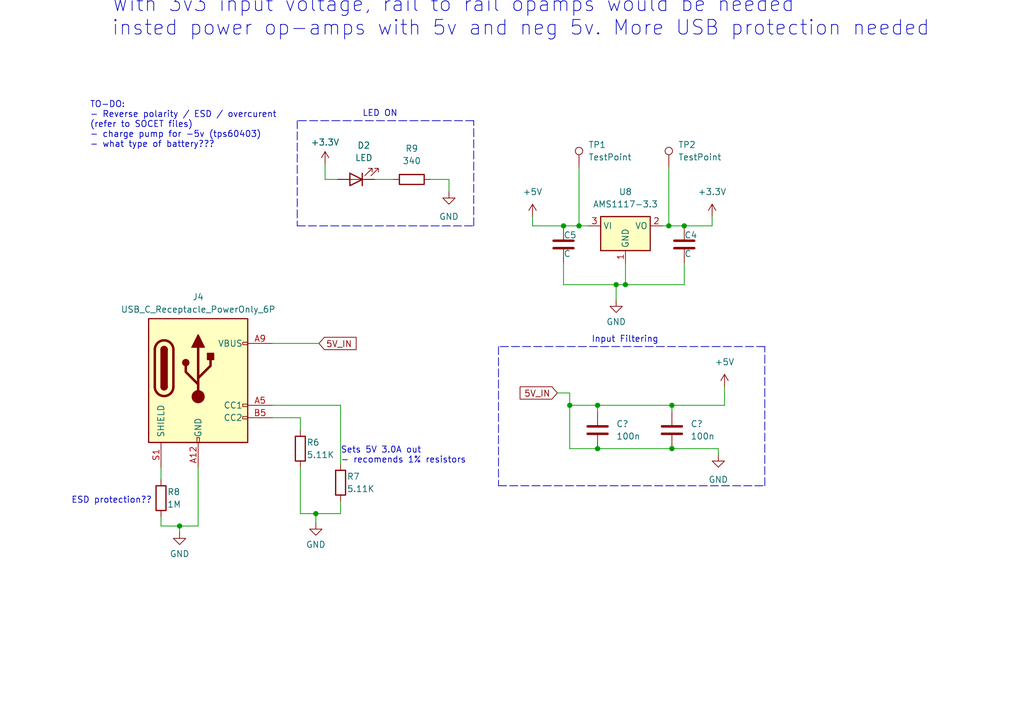
<source format=kicad_sch>
(kicad_sch (version 20230121) (generator eeschema)

  (uuid f11e10be-e153-4469-b3e7-7e9ed0adfdce)

  (paper "A5")

  (lib_symbols
    (symbol "Connector:TestPoint" (pin_numbers hide) (pin_names (offset 0.762) hide) (in_bom yes) (on_board yes)
      (property "Reference" "TP" (at 0 6.858 0)
        (effects (font (size 1.27 1.27)))
      )
      (property "Value" "TestPoint" (at 0 5.08 0)
        (effects (font (size 1.27 1.27)))
      )
      (property "Footprint" "" (at 5.08 0 0)
        (effects (font (size 1.27 1.27)) hide)
      )
      (property "Datasheet" "~" (at 5.08 0 0)
        (effects (font (size 1.27 1.27)) hide)
      )
      (property "ki_keywords" "test point tp" (at 0 0 0)
        (effects (font (size 1.27 1.27)) hide)
      )
      (property "ki_description" "test point" (at 0 0 0)
        (effects (font (size 1.27 1.27)) hide)
      )
      (property "ki_fp_filters" "Pin* Test*" (at 0 0 0)
        (effects (font (size 1.27 1.27)) hide)
      )
      (symbol "TestPoint_0_1"
        (circle (center 0 3.302) (radius 0.762)
          (stroke (width 0) (type default))
          (fill (type none))
        )
      )
      (symbol "TestPoint_1_1"
        (pin passive line (at 0 0 90) (length 2.54)
          (name "1" (effects (font (size 1.27 1.27))))
          (number "1" (effects (font (size 1.27 1.27))))
        )
      )
    )
    (symbol "Connector:USB_C_Receptacle_PowerOnly_6P" (pin_names (offset 1.016)) (in_bom yes) (on_board yes)
      (property "Reference" "J" (at 0 16.51 0)
        (effects (font (size 1.27 1.27)) (justify bottom))
      )
      (property "Value" "USB_C_Receptacle_PowerOnly_6P" (at 0 13.97 0)
        (effects (font (size 1.27 1.27)) (justify bottom))
      )
      (property "Footprint" "" (at 3.81 2.54 0)
        (effects (font (size 1.27 1.27)) hide)
      )
      (property "Datasheet" "https://www.usb.org/sites/default/files/documents/usb_type-c.zip" (at 0 0 0)
        (effects (font (size 1.27 1.27)) hide)
      )
      (property "ki_keywords" "usb universal serial bus type-C power-only charging-only 6P 6C" (at 0 0 0)
        (effects (font (size 1.27 1.27)) hide)
      )
      (property "ki_description" "USB Power-Only 6P Type-C Receptacle connector" (at 0 0 0)
        (effects (font (size 1.27 1.27)) hide)
      )
      (property "ki_fp_filters" "USB*C*Receptacle*" (at 0 0 0)
        (effects (font (size 1.27 1.27)) hide)
      )
      (symbol "USB_C_Receptacle_PowerOnly_6P_0_0"
        (rectangle (start -0.254 -12.7) (end 0.254 -11.684)
          (stroke (width 0) (type default))
          (fill (type none))
        )
        (rectangle (start 10.16 -7.366) (end 9.144 -7.874)
          (stroke (width 0) (type default))
          (fill (type none))
        )
        (rectangle (start 10.16 -4.826) (end 9.144 -5.334)
          (stroke (width 0) (type default))
          (fill (type none))
        )
        (rectangle (start 10.16 7.874) (end 9.144 7.366)
          (stroke (width 0) (type default))
          (fill (type none))
        )
      )
      (symbol "USB_C_Receptacle_PowerOnly_6P_0_1"
        (rectangle (start -10.16 12.7) (end 10.16 -12.7)
          (stroke (width 0.254) (type default))
          (fill (type background))
        )
        (arc (start -8.89 -1.27) (mid -6.985 -3.1667) (end -5.08 -1.27)
          (stroke (width 0.508) (type default))
          (fill (type none))
        )
        (arc (start -7.62 -1.27) (mid -6.985 -1.9023) (end -6.35 -1.27)
          (stroke (width 0.254) (type default))
          (fill (type none))
        )
        (arc (start -7.62 -1.27) (mid -6.985 -1.9023) (end -6.35 -1.27)
          (stroke (width 0.254) (type default))
          (fill (type outline))
        )
        (rectangle (start -7.62 -1.27) (end -6.35 6.35)
          (stroke (width 0.254) (type default))
          (fill (type outline))
        )
        (arc (start -6.35 6.35) (mid -6.985 6.9823) (end -7.62 6.35)
          (stroke (width 0.254) (type default))
          (fill (type none))
        )
        (arc (start -6.35 6.35) (mid -6.985 6.9823) (end -7.62 6.35)
          (stroke (width 0.254) (type default))
          (fill (type outline))
        )
        (arc (start -5.08 6.35) (mid -6.985 8.2467) (end -8.89 6.35)
          (stroke (width 0.508) (type default))
          (fill (type none))
        )
        (circle (center -2.54 3.683) (radius 0.635)
          (stroke (width 0.254) (type default))
          (fill (type outline))
        )
        (circle (center 0 -3.302) (radius 1.27)
          (stroke (width 0) (type default))
          (fill (type outline))
        )
        (polyline
          (pts
            (xy -8.89 -1.27)
            (xy -8.89 6.35)
          )
          (stroke (width 0.508) (type default))
          (fill (type none))
        )
        (polyline
          (pts
            (xy -5.08 6.35)
            (xy -5.08 -1.27)
          )
          (stroke (width 0.508) (type default))
          (fill (type none))
        )
        (polyline
          (pts
            (xy 0 -3.302)
            (xy 0 6.858)
          )
          (stroke (width 0.508) (type default))
          (fill (type none))
        )
        (polyline
          (pts
            (xy 0 -0.762)
            (xy -2.54 1.778)
            (xy -2.54 3.048)
          )
          (stroke (width 0.508) (type default))
          (fill (type none))
        )
        (polyline
          (pts
            (xy 0 0.508)
            (xy 2.54 3.048)
            (xy 2.54 4.318)
          )
          (stroke (width 0.508) (type default))
          (fill (type none))
        )
        (polyline
          (pts
            (xy -1.27 6.858)
            (xy 0 9.398)
            (xy 1.27 6.858)
            (xy -1.27 6.858)
          )
          (stroke (width 0.254) (type default))
          (fill (type outline))
        )
        (rectangle (start 1.905 4.318) (end 3.175 5.588)
          (stroke (width 0.254) (type default))
          (fill (type outline))
        )
      )
      (symbol "USB_C_Receptacle_PowerOnly_6P_1_1"
        (pin passive line (at 0 -17.78 90) (length 5.08)
          (name "GND" (effects (font (size 1.27 1.27))))
          (number "A12" (effects (font (size 1.27 1.27))))
        )
        (pin bidirectional line (at 15.24 -5.08 180) (length 5.08)
          (name "CC1" (effects (font (size 1.27 1.27))))
          (number "A5" (effects (font (size 1.27 1.27))))
        )
        (pin passive line (at 15.24 7.62 180) (length 5.08)
          (name "VBUS" (effects (font (size 1.27 1.27))))
          (number "A9" (effects (font (size 1.27 1.27))))
        )
        (pin passive line (at 0 -17.78 90) (length 5.08) hide
          (name "GND" (effects (font (size 1.27 1.27))))
          (number "B12" (effects (font (size 1.27 1.27))))
        )
        (pin bidirectional line (at 15.24 -7.62 180) (length 5.08)
          (name "CC2" (effects (font (size 1.27 1.27))))
          (number "B5" (effects (font (size 1.27 1.27))))
        )
        (pin passive line (at 15.24 7.62 180) (length 5.08) hide
          (name "VBUS" (effects (font (size 1.27 1.27))))
          (number "B9" (effects (font (size 1.27 1.27))))
        )
        (pin passive line (at -7.62 -17.78 90) (length 5.08)
          (name "SHIELD" (effects (font (size 1.27 1.27))))
          (number "S1" (effects (font (size 1.27 1.27))))
        )
      )
    )
    (symbol "Device:C" (pin_numbers hide) (pin_names (offset 0.254)) (in_bom yes) (on_board yes)
      (property "Reference" "C" (at 0.635 2.54 0)
        (effects (font (size 1.27 1.27)) (justify left))
      )
      (property "Value" "C" (at 0.635 -2.54 0)
        (effects (font (size 1.27 1.27)) (justify left))
      )
      (property "Footprint" "" (at 0.9652 -3.81 0)
        (effects (font (size 1.27 1.27)) hide)
      )
      (property "Datasheet" "~" (at 0 0 0)
        (effects (font (size 1.27 1.27)) hide)
      )
      (property "ki_keywords" "cap capacitor" (at 0 0 0)
        (effects (font (size 1.27 1.27)) hide)
      )
      (property "ki_description" "Unpolarized capacitor" (at 0 0 0)
        (effects (font (size 1.27 1.27)) hide)
      )
      (property "ki_fp_filters" "C_*" (at 0 0 0)
        (effects (font (size 1.27 1.27)) hide)
      )
      (symbol "C_0_1"
        (polyline
          (pts
            (xy -2.032 -0.762)
            (xy 2.032 -0.762)
          )
          (stroke (width 0.508) (type default))
          (fill (type none))
        )
        (polyline
          (pts
            (xy -2.032 0.762)
            (xy 2.032 0.762)
          )
          (stroke (width 0.508) (type default))
          (fill (type none))
        )
      )
      (symbol "C_1_1"
        (pin passive line (at 0 3.81 270) (length 2.794)
          (name "~" (effects (font (size 1.27 1.27))))
          (number "1" (effects (font (size 1.27 1.27))))
        )
        (pin passive line (at 0 -3.81 90) (length 2.794)
          (name "~" (effects (font (size 1.27 1.27))))
          (number "2" (effects (font (size 1.27 1.27))))
        )
      )
    )
    (symbol "Device:LED" (pin_numbers hide) (pin_names (offset 1.016) hide) (in_bom yes) (on_board yes)
      (property "Reference" "D" (at 0 2.54 0)
        (effects (font (size 1.27 1.27)))
      )
      (property "Value" "LED" (at 0 -2.54 0)
        (effects (font (size 1.27 1.27)))
      )
      (property "Footprint" "" (at 0 0 0)
        (effects (font (size 1.27 1.27)) hide)
      )
      (property "Datasheet" "~" (at 0 0 0)
        (effects (font (size 1.27 1.27)) hide)
      )
      (property "ki_keywords" "LED diode" (at 0 0 0)
        (effects (font (size 1.27 1.27)) hide)
      )
      (property "ki_description" "Light emitting diode" (at 0 0 0)
        (effects (font (size 1.27 1.27)) hide)
      )
      (property "ki_fp_filters" "LED* LED_SMD:* LED_THT:*" (at 0 0 0)
        (effects (font (size 1.27 1.27)) hide)
      )
      (symbol "LED_0_1"
        (polyline
          (pts
            (xy -1.27 -1.27)
            (xy -1.27 1.27)
          )
          (stroke (width 0.254) (type default))
          (fill (type none))
        )
        (polyline
          (pts
            (xy -1.27 0)
            (xy 1.27 0)
          )
          (stroke (width 0) (type default))
          (fill (type none))
        )
        (polyline
          (pts
            (xy 1.27 -1.27)
            (xy 1.27 1.27)
            (xy -1.27 0)
            (xy 1.27 -1.27)
          )
          (stroke (width 0.254) (type default))
          (fill (type none))
        )
        (polyline
          (pts
            (xy -3.048 -0.762)
            (xy -4.572 -2.286)
            (xy -3.81 -2.286)
            (xy -4.572 -2.286)
            (xy -4.572 -1.524)
          )
          (stroke (width 0) (type default))
          (fill (type none))
        )
        (polyline
          (pts
            (xy -1.778 -0.762)
            (xy -3.302 -2.286)
            (xy -2.54 -2.286)
            (xy -3.302 -2.286)
            (xy -3.302 -1.524)
          )
          (stroke (width 0) (type default))
          (fill (type none))
        )
      )
      (symbol "LED_1_1"
        (pin passive line (at -3.81 0 0) (length 2.54)
          (name "K" (effects (font (size 1.27 1.27))))
          (number "1" (effects (font (size 1.27 1.27))))
        )
        (pin passive line (at 3.81 0 180) (length 2.54)
          (name "A" (effects (font (size 1.27 1.27))))
          (number "2" (effects (font (size 1.27 1.27))))
        )
      )
    )
    (symbol "Device:R" (pin_numbers hide) (pin_names (offset 0)) (in_bom yes) (on_board yes)
      (property "Reference" "R" (at 2.032 0 90)
        (effects (font (size 1.27 1.27)))
      )
      (property "Value" "R" (at 0 0 90)
        (effects (font (size 1.27 1.27)))
      )
      (property "Footprint" "" (at -1.778 0 90)
        (effects (font (size 1.27 1.27)) hide)
      )
      (property "Datasheet" "~" (at 0 0 0)
        (effects (font (size 1.27 1.27)) hide)
      )
      (property "ki_keywords" "R res resistor" (at 0 0 0)
        (effects (font (size 1.27 1.27)) hide)
      )
      (property "ki_description" "Resistor" (at 0 0 0)
        (effects (font (size 1.27 1.27)) hide)
      )
      (property "ki_fp_filters" "R_*" (at 0 0 0)
        (effects (font (size 1.27 1.27)) hide)
      )
      (symbol "R_0_1"
        (rectangle (start -1.016 -2.54) (end 1.016 2.54)
          (stroke (width 0.254) (type default))
          (fill (type none))
        )
      )
      (symbol "R_1_1"
        (pin passive line (at 0 3.81 270) (length 1.27)
          (name "~" (effects (font (size 1.27 1.27))))
          (number "1" (effects (font (size 1.27 1.27))))
        )
        (pin passive line (at 0 -3.81 90) (length 1.27)
          (name "~" (effects (font (size 1.27 1.27))))
          (number "2" (effects (font (size 1.27 1.27))))
        )
      )
    )
    (symbol "Regulator_Linear:AMS1117-3.3" (in_bom yes) (on_board yes)
      (property "Reference" "U" (at -3.81 3.175 0)
        (effects (font (size 1.27 1.27)))
      )
      (property "Value" "AMS1117-3.3" (at 0 3.175 0)
        (effects (font (size 1.27 1.27)) (justify left))
      )
      (property "Footprint" "Package_TO_SOT_SMD:SOT-223-3_TabPin2" (at 0 5.08 0)
        (effects (font (size 1.27 1.27)) hide)
      )
      (property "Datasheet" "http://www.advanced-monolithic.com/pdf/ds1117.pdf" (at 2.54 -6.35 0)
        (effects (font (size 1.27 1.27)) hide)
      )
      (property "ki_keywords" "linear regulator ldo fixed positive" (at 0 0 0)
        (effects (font (size 1.27 1.27)) hide)
      )
      (property "ki_description" "1A Low Dropout regulator, positive, 3.3V fixed output, SOT-223" (at 0 0 0)
        (effects (font (size 1.27 1.27)) hide)
      )
      (property "ki_fp_filters" "SOT?223*TabPin2*" (at 0 0 0)
        (effects (font (size 1.27 1.27)) hide)
      )
      (symbol "AMS1117-3.3_0_1"
        (rectangle (start -5.08 -5.08) (end 5.08 1.905)
          (stroke (width 0.254) (type default))
          (fill (type background))
        )
      )
      (symbol "AMS1117-3.3_1_1"
        (pin power_in line (at 0 -7.62 90) (length 2.54)
          (name "GND" (effects (font (size 1.27 1.27))))
          (number "1" (effects (font (size 1.27 1.27))))
        )
        (pin power_out line (at 7.62 0 180) (length 2.54)
          (name "VO" (effects (font (size 1.27 1.27))))
          (number "2" (effects (font (size 1.27 1.27))))
        )
        (pin power_in line (at -7.62 0 0) (length 2.54)
          (name "VI" (effects (font (size 1.27 1.27))))
          (number "3" (effects (font (size 1.27 1.27))))
        )
      )
    )
    (symbol "power:+3.3V" (power) (pin_names (offset 0)) (in_bom yes) (on_board yes)
      (property "Reference" "#PWR" (at 0 -3.81 0)
        (effects (font (size 1.27 1.27)) hide)
      )
      (property "Value" "+3.3V" (at 0 3.556 0)
        (effects (font (size 1.27 1.27)))
      )
      (property "Footprint" "" (at 0 0 0)
        (effects (font (size 1.27 1.27)) hide)
      )
      (property "Datasheet" "" (at 0 0 0)
        (effects (font (size 1.27 1.27)) hide)
      )
      (property "ki_keywords" "global power" (at 0 0 0)
        (effects (font (size 1.27 1.27)) hide)
      )
      (property "ki_description" "Power symbol creates a global label with name \"+3.3V\"" (at 0 0 0)
        (effects (font (size 1.27 1.27)) hide)
      )
      (symbol "+3.3V_0_1"
        (polyline
          (pts
            (xy -0.762 1.27)
            (xy 0 2.54)
          )
          (stroke (width 0) (type default))
          (fill (type none))
        )
        (polyline
          (pts
            (xy 0 0)
            (xy 0 2.54)
          )
          (stroke (width 0) (type default))
          (fill (type none))
        )
        (polyline
          (pts
            (xy 0 2.54)
            (xy 0.762 1.27)
          )
          (stroke (width 0) (type default))
          (fill (type none))
        )
      )
      (symbol "+3.3V_1_1"
        (pin power_in line (at 0 0 90) (length 0) hide
          (name "+3.3V" (effects (font (size 1.27 1.27))))
          (number "1" (effects (font (size 1.27 1.27))))
        )
      )
    )
    (symbol "power:+5V" (power) (pin_names (offset 0)) (in_bom yes) (on_board yes)
      (property "Reference" "#PWR" (at 0 -3.81 0)
        (effects (font (size 1.27 1.27)) hide)
      )
      (property "Value" "+5V" (at 0 3.556 0)
        (effects (font (size 1.27 1.27)))
      )
      (property "Footprint" "" (at 0 0 0)
        (effects (font (size 1.27 1.27)) hide)
      )
      (property "Datasheet" "" (at 0 0 0)
        (effects (font (size 1.27 1.27)) hide)
      )
      (property "ki_keywords" "global power" (at 0 0 0)
        (effects (font (size 1.27 1.27)) hide)
      )
      (property "ki_description" "Power symbol creates a global label with name \"+5V\"" (at 0 0 0)
        (effects (font (size 1.27 1.27)) hide)
      )
      (symbol "+5V_0_1"
        (polyline
          (pts
            (xy -0.762 1.27)
            (xy 0 2.54)
          )
          (stroke (width 0) (type default))
          (fill (type none))
        )
        (polyline
          (pts
            (xy 0 0)
            (xy 0 2.54)
          )
          (stroke (width 0) (type default))
          (fill (type none))
        )
        (polyline
          (pts
            (xy 0 2.54)
            (xy 0.762 1.27)
          )
          (stroke (width 0) (type default))
          (fill (type none))
        )
      )
      (symbol "+5V_1_1"
        (pin power_in line (at 0 0 90) (length 0) hide
          (name "+5V" (effects (font (size 1.27 1.27))))
          (number "1" (effects (font (size 1.27 1.27))))
        )
      )
    )
    (symbol "power:GND" (power) (pin_names (offset 0)) (in_bom yes) (on_board yes)
      (property "Reference" "#PWR" (at 0 -6.35 0)
        (effects (font (size 1.27 1.27)) hide)
      )
      (property "Value" "GND" (at 0 -3.81 0)
        (effects (font (size 1.27 1.27)))
      )
      (property "Footprint" "" (at 0 0 0)
        (effects (font (size 1.27 1.27)) hide)
      )
      (property "Datasheet" "" (at 0 0 0)
        (effects (font (size 1.27 1.27)) hide)
      )
      (property "ki_keywords" "global power" (at 0 0 0)
        (effects (font (size 1.27 1.27)) hide)
      )
      (property "ki_description" "Power symbol creates a global label with name \"GND\" , ground" (at 0 0 0)
        (effects (font (size 1.27 1.27)) hide)
      )
      (symbol "GND_0_1"
        (polyline
          (pts
            (xy 0 0)
            (xy 0 -1.27)
            (xy 1.27 -1.27)
            (xy 0 -2.54)
            (xy -1.27 -1.27)
            (xy 0 -1.27)
          )
          (stroke (width 0) (type default))
          (fill (type none))
        )
      )
      (symbol "GND_1_1"
        (pin power_in line (at 0 0 270) (length 0) hide
          (name "GND" (effects (font (size 1.27 1.27))))
          (number "1" (effects (font (size 1.27 1.27))))
        )
      )
    )
  )

  (junction (at 137.795 92.075) (diameter 0) (color 0 0 0 0)
    (uuid 0ae9c4bf-a0e2-446f-b191-f9dfc8e13802)
  )
  (junction (at 118.745 46.355) (diameter 0) (color 0 0 0 0)
    (uuid 264c0bdc-3391-4530-8c27-42b2d1a79f04)
  )
  (junction (at 116.84 83.185) (diameter 0) (color 0 0 0 0)
    (uuid 4369fe60-d51e-437d-95d4-665529618040)
  )
  (junction (at 64.77 105.41) (diameter 0) (color 0 0 0 0)
    (uuid 48457ed2-6c51-4e0f-98b3-a47d0e0524ef)
  )
  (junction (at 128.27 58.42) (diameter 0) (color 0 0 0 0)
    (uuid 4cd8ae71-67d5-4909-b287-e882d444e955)
  )
  (junction (at 137.795 83.185) (diameter 0) (color 0 0 0 0)
    (uuid 56042830-64a5-475f-a2a2-9348b894f260)
  )
  (junction (at 122.555 92.075) (diameter 0) (color 0 0 0 0)
    (uuid 5f649464-c7d8-4b18-b833-ab56737f4bf6)
  )
  (junction (at 122.555 83.185) (diameter 0) (color 0 0 0 0)
    (uuid 6125705b-49df-41cb-aed0-1626e6339655)
  )
  (junction (at 36.83 107.95) (diameter 0) (color 0 0 0 0)
    (uuid 9a5a91cf-84e7-4477-8868-e9570c918869)
  )
  (junction (at 137.16 46.355) (diameter 0) (color 0 0 0 0)
    (uuid abd44b8d-aa8a-4009-91a2-01cd56df378a)
  )
  (junction (at 126.365 58.42) (diameter 0) (color 0 0 0 0)
    (uuid b546e356-56f4-4b8f-9ff0-d649289c0a19)
  )
  (junction (at 140.335 46.355) (diameter 0) (color 0 0 0 0)
    (uuid ef106cb8-1262-4433-846d-8df52f10459b)
  )
  (junction (at 115.57 46.355) (diameter 0) (color 0 0 0 0)
    (uuid f5f4dfbf-9ab6-4566-aea4-9f21376a1d52)
  )

  (wire (pts (xy 64.77 105.41) (xy 69.85 105.41))
    (stroke (width 0) (type default))
    (uuid 00457b4e-8ba5-4d44-8c70-dd443cdbba55)
  )
  (wire (pts (xy 33.02 107.95) (xy 36.83 107.95))
    (stroke (width 0) (type default))
    (uuid 00f038f9-f8b8-4163-bbcc-fe8f56f7d972)
  )
  (wire (pts (xy 137.16 46.355) (xy 135.89 46.355))
    (stroke (width 0) (type default))
    (uuid 01a6e591-b20b-4796-8db6-0964f22413b3)
  )
  (wire (pts (xy 69.215 36.83) (xy 66.675 36.83))
    (stroke (width 0) (type default))
    (uuid 04cf0088-787c-479d-bca7-890882227abf)
  )
  (wire (pts (xy 116.84 92.075) (xy 122.555 92.075))
    (stroke (width 0) (type default))
    (uuid 0bae8e65-34e6-4091-9027-5b64d3fa9218)
  )
  (wire (pts (xy 55.88 70.485) (xy 65.405 70.485))
    (stroke (width 0) (type default))
    (uuid 1177ea45-3f32-418b-8445-0bed29f5dfff)
  )
  (wire (pts (xy 122.555 83.185) (xy 137.795 83.185))
    (stroke (width 0) (type default))
    (uuid 1860313f-141d-45d6-8af5-7c3b8a663b05)
  )
  (wire (pts (xy 137.16 34.29) (xy 137.16 46.355))
    (stroke (width 0) (type default))
    (uuid 24943e45-a89a-4e8f-b804-2303cdaf017c)
  )
  (wire (pts (xy 55.88 85.725) (xy 61.595 85.725))
    (stroke (width 0) (type default))
    (uuid 2512c1b9-0b63-4b60-ab8c-1e57f4442761)
  )
  (polyline (pts (xy 102.235 99.695) (xy 156.845 99.695))
    (stroke (width 0) (type dash))
    (uuid 2e89cb1a-c035-4ef7-ae2b-fcfa448cc586)
  )

  (wire (pts (xy 128.27 53.975) (xy 128.27 58.42))
    (stroke (width 0) (type default))
    (uuid 32543df8-342b-44ba-99dc-ce5959e7fa15)
  )
  (wire (pts (xy 122.555 83.185) (xy 122.555 84.455))
    (stroke (width 0) (type default))
    (uuid 3303c576-cd6f-4301-a9f9-650659383580)
  )
  (wire (pts (xy 61.595 105.41) (xy 64.77 105.41))
    (stroke (width 0) (type default))
    (uuid 3702e039-d7f0-4393-91a2-0200f72b1b21)
  )
  (wire (pts (xy 128.27 58.42) (xy 140.335 58.42))
    (stroke (width 0) (type default))
    (uuid 3803c289-96b3-45be-8d26-2ba2622cd6f7)
  )
  (wire (pts (xy 116.84 83.185) (xy 122.555 83.185))
    (stroke (width 0) (type default))
    (uuid 387a86b6-ba80-49fa-983e-73507b8bc68d)
  )
  (wire (pts (xy 137.795 83.185) (xy 148.59 83.185))
    (stroke (width 0) (type default))
    (uuid 3f2fc11c-25fc-4072-bd17-925b8094135b)
  )
  (wire (pts (xy 140.335 46.355) (xy 137.16 46.355))
    (stroke (width 0) (type default))
    (uuid 41649225-5587-48fd-9bbe-c747b672228d)
  )
  (polyline (pts (xy 97.155 24.765) (xy 60.96 24.765))
    (stroke (width 0) (type dash))
    (uuid 4563b09a-9db7-41ce-a915-ccd80f00f44c)
  )

  (wire (pts (xy 137.795 92.075) (xy 147.32 92.075))
    (stroke (width 0) (type default))
    (uuid 4a950726-b619-4ef1-9298-196865b4f4c6)
  )
  (wire (pts (xy 146.05 46.355) (xy 140.335 46.355))
    (stroke (width 0) (type default))
    (uuid 4de57979-f0d9-4fbf-a7f1-a1aaf1881282)
  )
  (wire (pts (xy 36.83 109.22) (xy 36.83 107.95))
    (stroke (width 0) (type default))
    (uuid 5274d6d1-89bf-4c8c-9a54-1ac106868d5d)
  )
  (wire (pts (xy 114.3 80.645) (xy 116.84 80.645))
    (stroke (width 0) (type default))
    (uuid 55b014e2-243b-4f61-883c-debd511f113f)
  )
  (wire (pts (xy 33.02 95.885) (xy 33.02 98.425))
    (stroke (width 0) (type default))
    (uuid 592a299c-0c50-42b0-bc7a-e59135bcf6e3)
  )
  (wire (pts (xy 40.64 95.885) (xy 40.64 107.95))
    (stroke (width 0) (type default))
    (uuid 5bb54f20-938e-44a2-9b54-ac42693185ed)
  )
  (wire (pts (xy 140.335 58.42) (xy 140.335 53.975))
    (stroke (width 0) (type default))
    (uuid 5dac85b3-278b-4246-87b1-01153102b882)
  )
  (wire (pts (xy 64.77 107.315) (xy 64.77 105.41))
    (stroke (width 0) (type default))
    (uuid 62d6dbe5-88ae-4221-a5bd-d34c2cc324f5)
  )
  (polyline (pts (xy 97.155 46.355) (xy 97.155 24.765))
    (stroke (width 0) (type dash))
    (uuid 6957b1d8-47f2-40ca-bc07-b67e0c325b34)
  )
  (polyline (pts (xy 60.96 24.765) (xy 60.96 46.355))
    (stroke (width 0) (type dash))
    (uuid 8455fd93-048e-46e2-acd0-6e957fb64d45)
  )

  (wire (pts (xy 116.84 80.645) (xy 116.84 83.185))
    (stroke (width 0) (type default))
    (uuid 89686176-de41-4577-b47a-13cd48934843)
  )
  (wire (pts (xy 92.075 39.37) (xy 92.075 36.83))
    (stroke (width 0) (type default))
    (uuid 89a6044c-4051-49fd-81ac-3d759fb20c69)
  )
  (wire (pts (xy 33.02 106.045) (xy 33.02 107.95))
    (stroke (width 0) (type default))
    (uuid 939f815d-2876-44a2-8adc-e492d3a5a8c8)
  )
  (wire (pts (xy 76.835 36.83) (xy 80.645 36.83))
    (stroke (width 0) (type default))
    (uuid 9686ad92-82cb-4819-ab85-3fcc142a8c85)
  )
  (wire (pts (xy 115.57 46.355) (xy 118.745 46.355))
    (stroke (width 0) (type default))
    (uuid a2a54c34-efae-4aa0-a285-eef13dec8e2d)
  )
  (wire (pts (xy 137.795 83.185) (xy 137.795 84.455))
    (stroke (width 0) (type default))
    (uuid a500feb1-06aa-4c40-9904-b88a530bfaea)
  )
  (wire (pts (xy 126.365 61.595) (xy 126.365 58.42))
    (stroke (width 0) (type default))
    (uuid a92a7558-7b37-4c42-8f93-e7e7b3a7ad61)
  )
  (wire (pts (xy 55.88 83.185) (xy 69.85 83.185))
    (stroke (width 0) (type default))
    (uuid afb9bbe5-d6ba-4c2d-86a5-1bcea891066f)
  )
  (wire (pts (xy 61.595 95.885) (xy 61.595 105.41))
    (stroke (width 0) (type default))
    (uuid b3830635-5814-47a3-b5cc-2560779ec366)
  )
  (wire (pts (xy 118.745 34.29) (xy 118.745 46.355))
    (stroke (width 0) (type default))
    (uuid b47c21c1-e372-4c97-8cff-5fd83d3ebab8)
  )
  (wire (pts (xy 69.85 83.185) (xy 69.85 95.25))
    (stroke (width 0) (type default))
    (uuid ba92f2ce-fb2c-450b-934b-c6b1d0d706a4)
  )
  (wire (pts (xy 147.32 93.345) (xy 147.32 92.075))
    (stroke (width 0) (type default))
    (uuid bab9b694-ceb4-4517-9c0e-01a5492f1195)
  )
  (polyline (pts (xy 102.235 71.12) (xy 102.235 99.695))
    (stroke (width 0) (type dash))
    (uuid be7e913d-ab9c-4430-badf-b054e082217b)
  )

  (wire (pts (xy 36.83 107.95) (xy 40.64 107.95))
    (stroke (width 0) (type default))
    (uuid c6eae763-dd3d-43e0-b3ec-b7d79ab55915)
  )
  (polyline (pts (xy 156.845 71.12) (xy 102.235 71.12))
    (stroke (width 0) (type dash))
    (uuid c739c5d7-4bdb-464f-ac0b-af1267984d3f)
  )
  (polyline (pts (xy 156.845 99.695) (xy 156.845 71.12))
    (stroke (width 0) (type dash))
    (uuid c7659c2a-ad9d-41e7-9e22-0237d0b21105)
  )

  (wire (pts (xy 148.59 79.375) (xy 148.59 83.185))
    (stroke (width 0) (type default))
    (uuid c77377d6-9b85-45ae-917f-ebb8b83207d9)
  )
  (wire (pts (xy 146.05 44.45) (xy 146.05 46.355))
    (stroke (width 0) (type default))
    (uuid ca126105-1c1b-41af-8601-71d8e9a8eba0)
  )
  (wire (pts (xy 92.075 36.83) (xy 88.265 36.83))
    (stroke (width 0) (type default))
    (uuid cf7c3ee2-15dd-4789-991c-d0ab80635646)
  )
  (wire (pts (xy 126.365 58.42) (xy 128.27 58.42))
    (stroke (width 0) (type default))
    (uuid d0f29017-3a2e-4f44-818b-3abe5580d696)
  )
  (wire (pts (xy 116.84 83.185) (xy 116.84 92.075))
    (stroke (width 0) (type default))
    (uuid d8b420e8-b023-4653-b029-0611cdffa4bf)
  )
  (wire (pts (xy 109.22 46.355) (xy 115.57 46.355))
    (stroke (width 0) (type default))
    (uuid db933b4e-768b-491a-9d8e-a2720133536d)
  )
  (wire (pts (xy 109.22 44.45) (xy 109.22 46.355))
    (stroke (width 0) (type default))
    (uuid e505d7aa-8bb5-449d-988b-5a465723ca68)
  )
  (polyline (pts (xy 60.96 46.355) (xy 97.155 46.355))
    (stroke (width 0) (type dash))
    (uuid e50b7961-774f-4f43-8ed3-f2f8f89e3107)
  )

  (wire (pts (xy 122.555 92.075) (xy 137.795 92.075))
    (stroke (width 0) (type default))
    (uuid e92f7269-b241-4f10-a6c1-94e11d2b28b4)
  )
  (wire (pts (xy 115.57 58.42) (xy 126.365 58.42))
    (stroke (width 0) (type default))
    (uuid ed1d6198-0f07-4ab8-83dc-f2df90198f47)
  )
  (wire (pts (xy 61.595 85.725) (xy 61.595 88.265))
    (stroke (width 0) (type default))
    (uuid f1561219-0889-40f6-98fb-cb8616aa24ae)
  )
  (wire (pts (xy 69.85 105.41) (xy 69.85 102.87))
    (stroke (width 0) (type default))
    (uuid f2be75e3-e0a8-4cfd-8a94-530ec7916f65)
  )
  (wire (pts (xy 66.675 36.83) (xy 66.675 33.655))
    (stroke (width 0) (type default))
    (uuid f45d8181-5a89-4db2-ab73-8cdb1c9b01bd)
  )
  (wire (pts (xy 115.57 53.975) (xy 115.57 58.42))
    (stroke (width 0) (type default))
    (uuid f82ec388-a506-4815-b86d-223d05a5c7f1)
  )
  (wire (pts (xy 118.745 46.355) (xy 120.65 46.355))
    (stroke (width 0) (type default))
    (uuid f8313bb2-ce02-40b8-bc0e-8b39cbed2156)
  )

  (text "Sets 5V 3.0A out\n- recomends 1% resistors" (at 69.85 95.25 0)
    (effects (font (size 1.27 1.27)) (justify left bottom))
    (uuid 034aaa36-785b-4f1b-8864-06c5984c1868)
  )
  (text "ESD protection??" (at 14.605 103.505 0)
    (effects (font (size 1.27 1.27)) (justify left bottom))
    (uuid 294d723a-9d6f-419f-8ed6-ac0e9a72c624)
  )
  (text "TO-DO:\n- Reverse polarity / ESD / overcurent\n(refer to SOCET files)\n- charge pump for -5v (tps60403)\n- what type of battery???"
    (at 18.415 30.48 0)
    (effects (font (size 1.27 1.27)) (justify left bottom))
    (uuid 3874b4aa-6495-492a-95bf-79cfc77487ef)
  )
  (text "LED ON" (at 74.295 24.13 0)
    (effects (font (size 1.27 1.27)) (justify left bottom))
    (uuid 9cba838c-d3db-428c-a6cb-b73117289714)
  )
  (text "Input Filtering" (at 121.285 70.485 0)
    (effects (font (size 1.27 1.27)) (justify left bottom))
    (uuid b05db9fd-ca4f-47be-a68b-b01b65d64e1c)
  )
  (text "With 3v3 input voltage, rail to rail opamps would be needed\ninsted power op-amps with 5v and neg 5v. More USB protection needed"
    (at 22.86 7.62 0)
    (effects (font (size 3 3)) (justify left bottom))
    (uuid be0631af-cdd0-49df-b960-e953cc7df312)
  )

  (global_label "5V_IN" (shape input) (at 114.3 80.645 180) (fields_autoplaced)
    (effects (font (size 1.27 1.27)) (justify right))
    (uuid e34c4901-8b59-4e72-ab22-2a484235edd1)
    (property "Intersheetrefs" "${INTERSHEET_REFS}" (at 106.1138 80.645 0)
      (effects (font (size 1.27 1.27)) (justify right) hide)
    )
    (property "Sayfalar Arası Referanslar" "${INTERSHEET_REFS}" (at 114.3 82.8358 0)
      (effects (font (size 1.27 1.27)) (justify right) hide)
    )
  )
  (global_label "5V_IN" (shape input) (at 65.405 70.485 0) (fields_autoplaced)
    (effects (font (size 1.27 1.27)) (justify left))
    (uuid e86d2571-0e3e-42b9-b44d-4dde4c12e05f)
    (property "Intersheetrefs" "${INTERSHEET_REFS}" (at 73.5912 70.485 0)
      (effects (font (size 1.27 1.27)) (justify left) hide)
    )
    (property "Sayfalar Arası Referanslar" "${INTERSHEET_REFS}" (at 65.405 72.6758 0)
      (effects (font (size 1.27 1.27)) (justify left) hide)
    )
  )

  (symbol (lib_id "Regulator_Linear:AMS1117-3.3") (at 128.27 46.355 0) (unit 1)
    (in_bom yes) (on_board yes) (dnp no) (fields_autoplaced)
    (uuid 113b9818-7cec-4225-90ef-4f4710530212)
    (property "Reference" "U8" (at 128.27 39.37 0)
      (effects (font (size 1.27 1.27)))
    )
    (property "Value" "AMS1117-3.3" (at 128.27 41.91 0)
      (effects (font (size 1.27 1.27)))
    )
    (property "Footprint" "Package_TO_SOT_SMD:SOT-223-3_TabPin2" (at 128.27 41.275 0)
      (effects (font (size 1.27 1.27)) hide)
    )
    (property "Datasheet" "http://www.advanced-monolithic.com/pdf/ds1117.pdf" (at 130.81 52.705 0)
      (effects (font (size 1.27 1.27)) hide)
    )
    (pin "1" (uuid 78d8e592-0b72-4251-839b-d21aae292df9))
    (pin "2" (uuid cb1b2190-219a-47d5-bdc9-33aca5c27458))
    (pin "3" (uuid 08d4f45a-2f83-41b2-9025-c84c1ccf0c86))
    (instances
      (project "DMM"
        (path "/fdef8797-05b6-4b9b-8306-0b70a5374f43/6621768e-fc27-4f4e-82e0-f390d616c28c"
          (reference "U8") (unit 1)
        )
      )
    )
  )

  (symbol (lib_id "power:GND") (at 92.075 39.37 0) (unit 1)
    (in_bom yes) (on_board yes) (dnp no) (fields_autoplaced)
    (uuid 28c6eade-7e59-4aff-98f3-598aff7dfa97)
    (property "Reference" "#PWR036" (at 92.075 45.72 0)
      (effects (font (size 1.27 1.27)) hide)
    )
    (property "Value" "GND" (at 92.075 44.45 0)
      (effects (font (size 1.27 1.27)))
    )
    (property "Footprint" "" (at 92.075 39.37 0)
      (effects (font (size 1.27 1.27)) hide)
    )
    (property "Datasheet" "" (at 92.075 39.37 0)
      (effects (font (size 1.27 1.27)) hide)
    )
    (pin "1" (uuid 5b5370d2-3c1a-4720-941d-a26068f4c23e))
    (instances
      (project "DMM"
        (path "/fdef8797-05b6-4b9b-8306-0b70a5374f43/6621768e-fc27-4f4e-82e0-f390d616c28c"
          (reference "#PWR036") (unit 1)
        )
      )
    )
  )

  (symbol (lib_id "Device:C") (at 140.335 50.165 0) (unit 1)
    (in_bom yes) (on_board yes) (dnp no)
    (uuid 2f4f65f2-512c-440b-ba5f-052d9448558a)
    (property "Reference" "C4" (at 140.335 48.26 0)
      (effects (font (size 1.27 1.27)) (justify left))
    )
    (property "Value" "C" (at 140.335 52.07 0)
      (effects (font (size 1.27 1.27)) (justify left))
    )
    (property "Footprint" "" (at 141.3002 53.975 0)
      (effects (font (size 1.27 1.27)) hide)
    )
    (property "Datasheet" "~" (at 140.335 50.165 0)
      (effects (font (size 1.27 1.27)) hide)
    )
    (pin "1" (uuid 9f7d3daa-5dda-40d8-a744-07771b5ffab1))
    (pin "2" (uuid cdec099a-00b6-4630-a523-238952f077e1))
    (instances
      (project "DMM"
        (path "/fdef8797-05b6-4b9b-8306-0b70a5374f43/6621768e-fc27-4f4e-82e0-f390d616c28c"
          (reference "C4") (unit 1)
        )
      )
    )
  )

  (symbol (lib_id "Device:C") (at 122.555 88.265 0) (unit 1)
    (in_bom yes) (on_board yes) (dnp no) (fields_autoplaced)
    (uuid 327b02a5-c1ff-4765-b815-393266bd60ea)
    (property "Reference" "C?" (at 126.365 86.9949 0)
      (effects (font (size 1.27 1.27)) (justify left))
    )
    (property "Value" "100n" (at 126.365 89.5349 0)
      (effects (font (size 1.27 1.27)) (justify left))
    )
    (property "Footprint" "Capacitor_SMD:C_0603_1608Metric" (at 123.5202 92.075 0)
      (effects (font (size 1.27 1.27)) hide)
    )
    (property "Datasheet" "~" (at 122.555 88.265 0)
      (effects (font (size 1.27 1.27)) hide)
    )
    (pin "1" (uuid d58c8b68-a743-4a4b-a323-88e9d4ad3f69))
    (pin "2" (uuid 0e939ae7-ea53-4fc5-a47b-730678a3c8ac))
    (instances
      (project "X05_NewDesign"
        (path "/5e2a5ed6-d57d-4831-a192-b24278e29ae5/57e9b7c5-7d0a-4d88-9010-840ac1ef65c0"
          (reference "C?") (unit 1)
        )
      )
      (project "DMM"
        (path "/fdef8797-05b6-4b9b-8306-0b70a5374f43/d1812343-f021-4c4a-bd79-8527f8a249f7"
          (reference "C6") (unit 1)
        )
        (path "/fdef8797-05b6-4b9b-8306-0b70a5374f43/6621768e-fc27-4f4e-82e0-f390d616c28c"
          (reference "C6") (unit 1)
        )
      )
    )
  )

  (symbol (lib_id "Device:R") (at 61.595 92.075 0) (unit 1)
    (in_bom yes) (on_board yes) (dnp no)
    (uuid 337c4188-4ee4-428b-924a-bbb4ff19cfc7)
    (property "Reference" "R6" (at 62.865 90.805 0)
      (effects (font (size 1.27 1.27)) (justify left))
    )
    (property "Value" "5.11K" (at 62.865 93.345 0)
      (effects (font (size 1.27 1.27)) (justify left))
    )
    (property "Footprint" "" (at 59.817 92.075 90)
      (effects (font (size 1.27 1.27)) hide)
    )
    (property "Datasheet" "~" (at 61.595 92.075 0)
      (effects (font (size 1.27 1.27)) hide)
    )
    (pin "1" (uuid bc24e534-9f2f-45e7-b328-d7f572a31bee))
    (pin "2" (uuid 833c751e-306e-4b0f-a94b-530680300334))
    (instances
      (project "DMM"
        (path "/fdef8797-05b6-4b9b-8306-0b70a5374f43/6621768e-fc27-4f4e-82e0-f390d616c28c"
          (reference "R6") (unit 1)
        )
      )
    )
  )

  (symbol (lib_id "Device:C") (at 115.57 50.165 0) (unit 1)
    (in_bom yes) (on_board yes) (dnp no)
    (uuid 4e49bf53-6ab3-4c05-8d99-08406d724936)
    (property "Reference" "C5" (at 115.57 48.26 0)
      (effects (font (size 1.27 1.27)) (justify left))
    )
    (property "Value" "C" (at 115.57 52.07 0)
      (effects (font (size 1.27 1.27)) (justify left))
    )
    (property "Footprint" "" (at 116.5352 53.975 0)
      (effects (font (size 1.27 1.27)) hide)
    )
    (property "Datasheet" "~" (at 115.57 50.165 0)
      (effects (font (size 1.27 1.27)) hide)
    )
    (pin "1" (uuid e7f72e8a-5585-4378-a4de-94dd09ff078a))
    (pin "2" (uuid e5c43e6f-50ea-4cb3-beaf-2d4b5ddb28c9))
    (instances
      (project "DMM"
        (path "/fdef8797-05b6-4b9b-8306-0b70a5374f43/6621768e-fc27-4f4e-82e0-f390d616c28c"
          (reference "C5") (unit 1)
        )
      )
    )
  )

  (symbol (lib_id "Device:LED") (at 73.025 36.83 180) (unit 1)
    (in_bom yes) (on_board yes) (dnp no) (fields_autoplaced)
    (uuid 4eaef62f-ce33-446d-aed8-66a5cedcad58)
    (property "Reference" "D2" (at 74.6125 29.845 0)
      (effects (font (size 1.27 1.27)))
    )
    (property "Value" "LED" (at 74.6125 32.385 0)
      (effects (font (size 1.27 1.27)))
    )
    (property "Footprint" "" (at 73.025 36.83 0)
      (effects (font (size 1.27 1.27)) hide)
    )
    (property "Datasheet" "~" (at 73.025 36.83 0)
      (effects (font (size 1.27 1.27)) hide)
    )
    (pin "1" (uuid 34a3d5b0-9d81-4f34-817c-e67c7ccd6b6e))
    (pin "2" (uuid 4855a46c-664c-4c31-a597-1655b6d8262c))
    (instances
      (project "DMM"
        (path "/fdef8797-05b6-4b9b-8306-0b70a5374f43/6621768e-fc27-4f4e-82e0-f390d616c28c"
          (reference "D2") (unit 1)
        )
      )
    )
  )

  (symbol (lib_id "power:+5V") (at 109.22 44.45 0) (unit 1)
    (in_bom yes) (on_board yes) (dnp no) (fields_autoplaced)
    (uuid 5e0e3e8c-cec0-4a98-9725-64685057dc54)
    (property "Reference" "#PWR032" (at 109.22 48.26 0)
      (effects (font (size 1.27 1.27)) hide)
    )
    (property "Value" "+5V" (at 109.22 39.37 0)
      (effects (font (size 1.27 1.27)))
    )
    (property "Footprint" "" (at 109.22 44.45 0)
      (effects (font (size 1.27 1.27)) hide)
    )
    (property "Datasheet" "" (at 109.22 44.45 0)
      (effects (font (size 1.27 1.27)) hide)
    )
    (pin "1" (uuid 56eb12c3-be3d-4d3a-8ca4-ccdbdb8ac665))
    (instances
      (project "DMM"
        (path "/fdef8797-05b6-4b9b-8306-0b70a5374f43/6621768e-fc27-4f4e-82e0-f390d616c28c"
          (reference "#PWR032") (unit 1)
        )
      )
    )
  )

  (symbol (lib_id "power:GND") (at 64.77 107.315 0) (unit 1)
    (in_bom yes) (on_board yes) (dnp no) (fields_autoplaced)
    (uuid 67223628-d58a-449f-8891-406f6598a332)
    (property "Reference" "#PWR029" (at 64.77 113.665 0)
      (effects (font (size 1.27 1.27)) hide)
    )
    (property "Value" "GND" (at 64.77 111.76 0)
      (effects (font (size 1.27 1.27)))
    )
    (property "Footprint" "" (at 64.77 107.315 0)
      (effects (font (size 1.27 1.27)) hide)
    )
    (property "Datasheet" "" (at 64.77 107.315 0)
      (effects (font (size 1.27 1.27)) hide)
    )
    (pin "1" (uuid faab0003-adf8-4260-ac25-32d6518f29cb))
    (instances
      (project "DMM"
        (path "/fdef8797-05b6-4b9b-8306-0b70a5374f43/6621768e-fc27-4f4e-82e0-f390d616c28c"
          (reference "#PWR029") (unit 1)
        )
      )
    )
  )

  (symbol (lib_id "power:+3.3V") (at 66.675 33.655 0) (unit 1)
    (in_bom yes) (on_board yes) (dnp no) (fields_autoplaced)
    (uuid 78f47b66-effd-486e-9c1b-11caf3975a70)
    (property "Reference" "#PWR035" (at 66.675 37.465 0)
      (effects (font (size 1.27 1.27)) hide)
    )
    (property "Value" "+3.3V" (at 66.675 29.21 0)
      (effects (font (size 1.27 1.27)))
    )
    (property "Footprint" "" (at 66.675 33.655 0)
      (effects (font (size 1.27 1.27)) hide)
    )
    (property "Datasheet" "" (at 66.675 33.655 0)
      (effects (font (size 1.27 1.27)) hide)
    )
    (pin "1" (uuid f6a79836-3782-42df-adf7-3e3cf31095b7))
    (instances
      (project "DMM"
        (path "/fdef8797-05b6-4b9b-8306-0b70a5374f43/6621768e-fc27-4f4e-82e0-f390d616c28c"
          (reference "#PWR035") (unit 1)
        )
      )
    )
  )

  (symbol (lib_id "Connector:TestPoint") (at 118.745 34.29 0) (unit 1)
    (in_bom yes) (on_board yes) (dnp no) (fields_autoplaced)
    (uuid 813655c3-36c6-4748-b729-05a315726692)
    (property "Reference" "TP1" (at 120.65 29.718 0)
      (effects (font (size 1.27 1.27)) (justify left))
    )
    (property "Value" "TestPoint" (at 120.65 32.258 0)
      (effects (font (size 1.27 1.27)) (justify left))
    )
    (property "Footprint" "" (at 123.825 34.29 0)
      (effects (font (size 1.27 1.27)) hide)
    )
    (property "Datasheet" "~" (at 123.825 34.29 0)
      (effects (font (size 1.27 1.27)) hide)
    )
    (pin "1" (uuid e50b26f0-3679-4154-b6a1-b828af6ae0a8))
    (instances
      (project "DMM"
        (path "/fdef8797-05b6-4b9b-8306-0b70a5374f43/6621768e-fc27-4f4e-82e0-f390d616c28c"
          (reference "TP1") (unit 1)
        )
      )
    )
  )

  (symbol (lib_id "Device:R") (at 33.02 102.235 0) (unit 1)
    (in_bom yes) (on_board yes) (dnp no)
    (uuid 88ecf7d3-4070-4f46-8c3c-e872d7edc65a)
    (property "Reference" "R8" (at 34.29 100.965 0)
      (effects (font (size 1.27 1.27)) (justify left))
    )
    (property "Value" "1M" (at 34.29 103.505 0)
      (effects (font (size 1.27 1.27)) (justify left))
    )
    (property "Footprint" "" (at 31.242 102.235 90)
      (effects (font (size 1.27 1.27)) hide)
    )
    (property "Datasheet" "~" (at 33.02 102.235 0)
      (effects (font (size 1.27 1.27)) hide)
    )
    (pin "1" (uuid 387ae6d9-7004-4239-ac60-9e67a52aa6fa))
    (pin "2" (uuid 5f3bd1b5-faf2-4bb7-aec1-c91d45983618))
    (instances
      (project "DMM"
        (path "/fdef8797-05b6-4b9b-8306-0b70a5374f43/6621768e-fc27-4f4e-82e0-f390d616c28c"
          (reference "R8") (unit 1)
        )
      )
    )
  )

  (symbol (lib_id "Connector:USB_C_Receptacle_PowerOnly_6P") (at 40.64 78.105 0) (unit 1)
    (in_bom yes) (on_board yes) (dnp no) (fields_autoplaced)
    (uuid a40a7104-e3c6-4f8f-be17-4f7d3ad175ac)
    (property "Reference" "J4" (at 40.64 60.96 0)
      (effects (font (size 1.27 1.27)))
    )
    (property "Value" "USB_C_Receptacle_PowerOnly_6P" (at 40.64 63.5 0)
      (effects (font (size 1.27 1.27)))
    )
    (property "Footprint" "" (at 44.45 75.565 0)
      (effects (font (size 1.27 1.27)) hide)
    )
    (property "Datasheet" "https://www.usb.org/sites/default/files/documents/usb_type-c.zip" (at 40.64 78.105 0)
      (effects (font (size 1.27 1.27)) hide)
    )
    (pin "A12" (uuid eb4f0507-5656-4cdb-8e6d-b30254ec6b8f))
    (pin "A5" (uuid 641f201a-55dc-4ca6-9204-b61141d9969f))
    (pin "A9" (uuid 4c3d25ab-ffa4-4c05-9d8f-fb94305891ac))
    (pin "B12" (uuid 112b4847-ab35-415e-95c6-7c677ec63249))
    (pin "B5" (uuid cea71bd6-01d1-4da4-a4b2-e385b7f2e25a))
    (pin "B9" (uuid af21aa62-067c-4068-8ca6-3783ed5a2693))
    (pin "S1" (uuid c743dfda-2208-49ff-bf53-c695ccdd3d3c))
    (instances
      (project "DMM"
        (path "/fdef8797-05b6-4b9b-8306-0b70a5374f43/6621768e-fc27-4f4e-82e0-f390d616c28c"
          (reference "J4") (unit 1)
        )
      )
    )
  )

  (symbol (lib_id "power:GND") (at 147.32 93.345 0) (unit 1)
    (in_bom yes) (on_board yes) (dnp no) (fields_autoplaced)
    (uuid a7f7e87f-46fa-4676-b643-14f43258d48e)
    (property "Reference" "#PWR?" (at 147.32 99.695 0)
      (effects (font (size 1.27 1.27)) hide)
    )
    (property "Value" "GND" (at 147.32 98.425 0)
      (effects (font (size 1.27 1.27)))
    )
    (property "Footprint" "" (at 147.32 93.345 0)
      (effects (font (size 1.27 1.27)) hide)
    )
    (property "Datasheet" "" (at 147.32 93.345 0)
      (effects (font (size 1.27 1.27)) hide)
    )
    (pin "1" (uuid 008f2014-183c-42fb-ae2f-d97a4db5d92b))
    (instances
      (project "X05_NewDesign"
        (path "/5e2a5ed6-d57d-4831-a192-b24278e29ae5/57e9b7c5-7d0a-4d88-9010-840ac1ef65c0"
          (reference "#PWR?") (unit 1)
        )
      )
      (project "DMM"
        (path "/fdef8797-05b6-4b9b-8306-0b70a5374f43/d1812343-f021-4c4a-bd79-8527f8a249f7"
          (reference "#PWR039") (unit 1)
        )
        (path "/fdef8797-05b6-4b9b-8306-0b70a5374f43/6621768e-fc27-4f4e-82e0-f390d616c28c"
          (reference "#PWR039") (unit 1)
        )
      )
    )
  )

  (symbol (lib_id "power:GND") (at 126.365 61.595 0) (unit 1)
    (in_bom yes) (on_board yes) (dnp no) (fields_autoplaced)
    (uuid ae01e68e-b94e-40ef-a8a5-af340355529f)
    (property "Reference" "#PWR034" (at 126.365 67.945 0)
      (effects (font (size 1.27 1.27)) hide)
    )
    (property "Value" "GND" (at 126.365 66.04 0)
      (effects (font (size 1.27 1.27)))
    )
    (property "Footprint" "" (at 126.365 61.595 0)
      (effects (font (size 1.27 1.27)) hide)
    )
    (property "Datasheet" "" (at 126.365 61.595 0)
      (effects (font (size 1.27 1.27)) hide)
    )
    (pin "1" (uuid fd0b99ec-a739-46b7-809a-c81ee555c844))
    (instances
      (project "DMM"
        (path "/fdef8797-05b6-4b9b-8306-0b70a5374f43/6621768e-fc27-4f4e-82e0-f390d616c28c"
          (reference "#PWR034") (unit 1)
        )
      )
    )
  )

  (symbol (lib_id "Device:R") (at 84.455 36.83 270) (unit 1)
    (in_bom yes) (on_board yes) (dnp no) (fields_autoplaced)
    (uuid b5ec0a03-c825-446b-8731-af51dd942ed3)
    (property "Reference" "R9" (at 84.455 30.48 90)
      (effects (font (size 1.27 1.27)))
    )
    (property "Value" "340" (at 84.455 33.02 90)
      (effects (font (size 1.27 1.27)))
    )
    (property "Footprint" "" (at 84.455 35.052 90)
      (effects (font (size 1.27 1.27)) hide)
    )
    (property "Datasheet" "~" (at 84.455 36.83 0)
      (effects (font (size 1.27 1.27)) hide)
    )
    (pin "1" (uuid 7627221c-c60e-4806-9895-00174505c5c2))
    (pin "2" (uuid 63bf89ba-44c2-4a0d-9c5e-929615e76068))
    (instances
      (project "DMM"
        (path "/fdef8797-05b6-4b9b-8306-0b70a5374f43/6621768e-fc27-4f4e-82e0-f390d616c28c"
          (reference "R9") (unit 1)
        )
      )
    )
  )

  (symbol (lib_id "Device:R") (at 69.85 99.06 0) (unit 1)
    (in_bom yes) (on_board yes) (dnp no)
    (uuid bcd87d1e-987f-479f-bd3f-ee55a4c6e38c)
    (property "Reference" "R7" (at 71.12 97.79 0)
      (effects (font (size 1.27 1.27)) (justify left))
    )
    (property "Value" "5.11K" (at 71.12 100.33 0)
      (effects (font (size 1.27 1.27)) (justify left))
    )
    (property "Footprint" "" (at 68.072 99.06 90)
      (effects (font (size 1.27 1.27)) hide)
    )
    (property "Datasheet" "~" (at 69.85 99.06 0)
      (effects (font (size 1.27 1.27)) hide)
    )
    (pin "1" (uuid b66b99cd-5b2c-43e1-aed2-a238828db70f))
    (pin "2" (uuid be980530-09e4-4d52-bf44-cc59404fbc56))
    (instances
      (project "DMM"
        (path "/fdef8797-05b6-4b9b-8306-0b70a5374f43/6621768e-fc27-4f4e-82e0-f390d616c28c"
          (reference "R7") (unit 1)
        )
      )
    )
  )

  (symbol (lib_id "power:+5V") (at 148.59 79.375 0) (unit 1)
    (in_bom yes) (on_board yes) (dnp no) (fields_autoplaced)
    (uuid cb078b13-1773-499a-b9b9-7d90ea713f3f)
    (property "Reference" "#PWR?" (at 148.59 83.185 0)
      (effects (font (size 1.27 1.27)) hide)
    )
    (property "Value" "+5V" (at 148.59 74.295 0)
      (effects (font (size 1.27 1.27)))
    )
    (property "Footprint" "" (at 148.59 79.375 0)
      (effects (font (size 1.27 1.27)) hide)
    )
    (property "Datasheet" "" (at 148.59 79.375 0)
      (effects (font (size 1.27 1.27)) hide)
    )
    (pin "1" (uuid 321adc2f-b689-4164-bd24-0eb38eac77b9))
    (instances
      (project "X05_NewDesign"
        (path "/5e2a5ed6-d57d-4831-a192-b24278e29ae5/57e9b7c5-7d0a-4d88-9010-840ac1ef65c0"
          (reference "#PWR?") (unit 1)
        )
      )
      (project "DMM"
        (path "/fdef8797-05b6-4b9b-8306-0b70a5374f43/d1812343-f021-4c4a-bd79-8527f8a249f7"
          (reference "#PWR040") (unit 1)
        )
        (path "/fdef8797-05b6-4b9b-8306-0b70a5374f43/6621768e-fc27-4f4e-82e0-f390d616c28c"
          (reference "#PWR040") (unit 1)
        )
      )
    )
  )

  (symbol (lib_id "Device:C") (at 137.795 88.265 0) (unit 1)
    (in_bom yes) (on_board yes) (dnp no) (fields_autoplaced)
    (uuid d6957e7e-7d08-48b4-baa8-804011ec6a3b)
    (property "Reference" "C?" (at 141.605 86.9949 0)
      (effects (font (size 1.27 1.27)) (justify left))
    )
    (property "Value" "100n" (at 141.605 89.5349 0)
      (effects (font (size 1.27 1.27)) (justify left))
    )
    (property "Footprint" "Capacitor_SMD:C_0603_1608Metric" (at 138.7602 92.075 0)
      (effects (font (size 1.27 1.27)) hide)
    )
    (property "Datasheet" "~" (at 137.795 88.265 0)
      (effects (font (size 1.27 1.27)) hide)
    )
    (pin "1" (uuid 20caa05f-5c90-44a7-ad3c-f0b940128d1f))
    (pin "2" (uuid 1c1f7cd6-ff94-4312-945c-afcab9eae649))
    (instances
      (project "X05_NewDesign"
        (path "/5e2a5ed6-d57d-4831-a192-b24278e29ae5/57e9b7c5-7d0a-4d88-9010-840ac1ef65c0"
          (reference "C?") (unit 1)
        )
      )
      (project "DMM"
        (path "/fdef8797-05b6-4b9b-8306-0b70a5374f43/d1812343-f021-4c4a-bd79-8527f8a249f7"
          (reference "C7") (unit 1)
        )
        (path "/fdef8797-05b6-4b9b-8306-0b70a5374f43/6621768e-fc27-4f4e-82e0-f390d616c28c"
          (reference "C7") (unit 1)
        )
      )
    )
  )

  (symbol (lib_id "power:+3.3V") (at 146.05 44.45 0) (unit 1)
    (in_bom yes) (on_board yes) (dnp no) (fields_autoplaced)
    (uuid e648b3a5-40ed-4247-a523-322e64b03c68)
    (property "Reference" "#PWR033" (at 146.05 48.26 0)
      (effects (font (size 1.27 1.27)) hide)
    )
    (property "Value" "+3.3V" (at 146.05 39.37 0)
      (effects (font (size 1.27 1.27)))
    )
    (property "Footprint" "" (at 146.05 44.45 0)
      (effects (font (size 1.27 1.27)) hide)
    )
    (property "Datasheet" "" (at 146.05 44.45 0)
      (effects (font (size 1.27 1.27)) hide)
    )
    (pin "1" (uuid ac087b9b-e9c4-4815-94de-8146c03d8665))
    (instances
      (project "DMM"
        (path "/fdef8797-05b6-4b9b-8306-0b70a5374f43/6621768e-fc27-4f4e-82e0-f390d616c28c"
          (reference "#PWR033") (unit 1)
        )
      )
    )
  )

  (symbol (lib_id "power:GND") (at 36.83 109.22 0) (unit 1)
    (in_bom yes) (on_board yes) (dnp no) (fields_autoplaced)
    (uuid ef80690f-df78-4810-9db2-303a9952b92e)
    (property "Reference" "#PWR031" (at 36.83 115.57 0)
      (effects (font (size 1.27 1.27)) hide)
    )
    (property "Value" "GND" (at 36.83 113.665 0)
      (effects (font (size 1.27 1.27)))
    )
    (property "Footprint" "" (at 36.83 109.22 0)
      (effects (font (size 1.27 1.27)) hide)
    )
    (property "Datasheet" "" (at 36.83 109.22 0)
      (effects (font (size 1.27 1.27)) hide)
    )
    (pin "1" (uuid bd5e91f0-72a7-4ade-82b1-fd8fe1d13f5c))
    (instances
      (project "DMM"
        (path "/fdef8797-05b6-4b9b-8306-0b70a5374f43/6621768e-fc27-4f4e-82e0-f390d616c28c"
          (reference "#PWR031") (unit 1)
        )
      )
    )
  )

  (symbol (lib_id "Connector:TestPoint") (at 137.16 34.29 0) (unit 1)
    (in_bom yes) (on_board yes) (dnp no) (fields_autoplaced)
    (uuid f49ad705-140a-4421-a345-322d6cad8509)
    (property "Reference" "TP2" (at 139.065 29.718 0)
      (effects (font (size 1.27 1.27)) (justify left))
    )
    (property "Value" "TestPoint" (at 139.065 32.258 0)
      (effects (font (size 1.27 1.27)) (justify left))
    )
    (property "Footprint" "" (at 142.24 34.29 0)
      (effects (font (size 1.27 1.27)) hide)
    )
    (property "Datasheet" "~" (at 142.24 34.29 0)
      (effects (font (size 1.27 1.27)) hide)
    )
    (pin "1" (uuid ec688dc7-e0cf-42c6-a7bb-e39e76deaf9f))
    (instances
      (project "DMM"
        (path "/fdef8797-05b6-4b9b-8306-0b70a5374f43/6621768e-fc27-4f4e-82e0-f390d616c28c"
          (reference "TP2") (unit 1)
        )
      )
    )
  )
)

</source>
